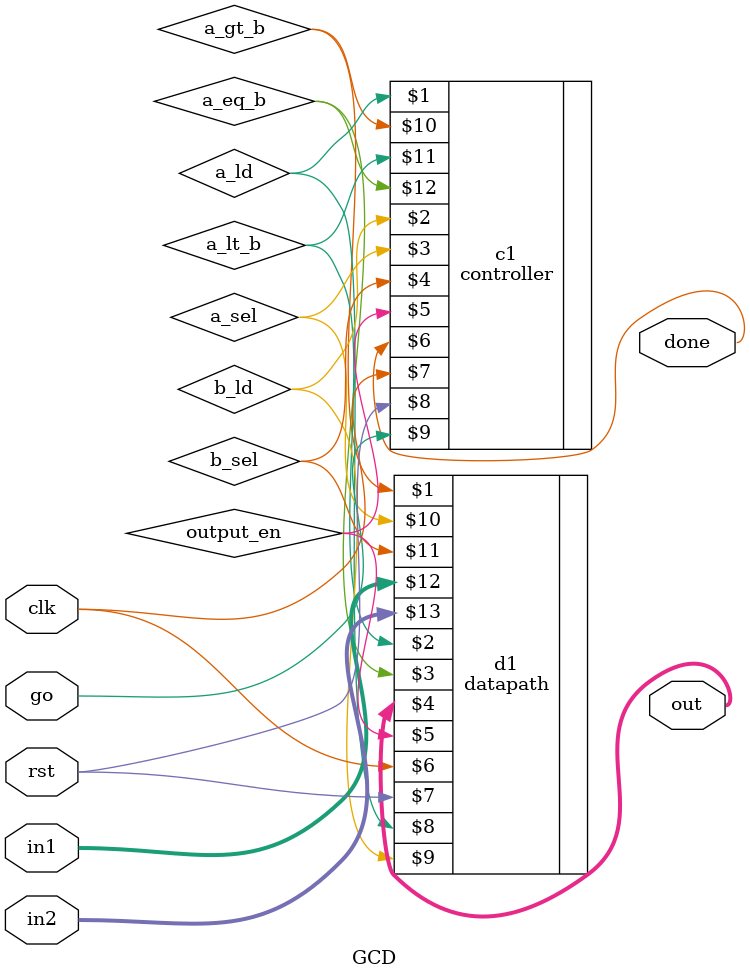
<source format=v>
module GCD(out,done,clk,rst,in1,in2,go);

input [7:0]in1,in2;
input clk,rst,go;

output [7:0]out;
output done;

wire a_gt_b,a_lt_b,a_eq_b;
wire a_ld,b_ld,a_sel,b_sel;
wire output_en;

controller c1(a_ld,b_ld,a_sel,b_sel,output_en,done,clk,rst,go,a_gt_b,a_lt_b,a_eq_b);
datapath d1(a_gt_b,a_lt_b,a_eq_b,out,output_en,clk,rst,a_ld,b_ld,a_sel,b_sel,in1,in2);

endmodule

</source>
